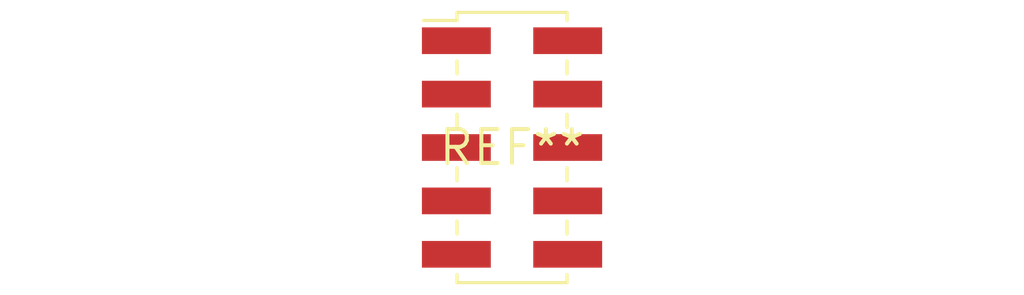
<source format=kicad_pcb>
(kicad_pcb (version 20240108) (generator pcbnew)
  (layers (0 "F.Cu" signal) (31 "B.Cu" signal) (34 "B.Paste" user) (35 "F.Paste" user) (36 "B.SilkS" user "B.Silkscreen") (37 "F.SilkS" user "F.Silkscreen") (38 "B.Mask" user) (39 "F.Mask" user) (44 "Edge.Cuts" user))
  (net 0 "")
  (footprint "PinHeader_2x05_P2.00mm_Vertical_SMD" (layer "F.Cu") (at 0 0)
    (property "Reference" "REF**")
    (property "Value" "PinHeader_2x05_P2.00mm_Vertical_SMD")
    (fp_line (start -3.315 -4.76) (end -2.06 -4.76) (layer "F.SilkS") (stroke (width 0.12)))
    (fp_line (start -2.06 -5.06) (end -2.06 -4.76) (layer "F.SilkS") (stroke (width 0.12)))
    (fp_line (start -2.06 -5.06) (end 2.06 -5.06) (layer "F.SilkS") (stroke (width 0.12)))
    (fp_line (start -2.06 -3.24) (end -2.06 -2.76) (layer "F.SilkS") (stroke (width 0.12)))
    (fp_line (start -2.06 -1.24) (end -2.06 -0.76) (layer "F.SilkS") (stroke (width 0.12)))
    (fp_line (start -2.06 0.76) (end -2.06 1.24) (layer "F.SilkS") (stroke (width 0.12)))
    (fp_line (start -2.06 2.76) (end -2.06 3.24) (layer "F.SilkS") (stroke (width 0.12)))
    (fp_line (start -2.06 4.76) (end -2.06 5.06) (layer "F.SilkS") (stroke (width 0.12)))
    (fp_line (start -2.06 5.06) (end 2.06 5.06) (layer "F.SilkS") (stroke (width 0.12)))
    (fp_line (start 2.06 -5.06) (end 2.06 -4.76) (layer "F.SilkS") (stroke (width 0.12)))
    (fp_line (start 2.06 -3.24) (end 2.06 -2.76) (layer "F.SilkS") (stroke (width 0.12)))
    (fp_line (start 2.06 -1.24) (end 2.06 -0.76) (layer "F.SilkS") (stroke (width 0.12)))
    (fp_line (start 2.06 0.76) (end 2.06 1.24) (layer "F.SilkS") (stroke (width 0.12)))
    (fp_line (start 2.06 2.76) (end 2.06 3.24) (layer "F.SilkS") (stroke (width 0.12)))
    (fp_line (start 2.06 4.76) (end 2.06 5.06) (layer "F.SilkS") (stroke (width 0.12)))
    (pad "1" smd rect (at -2.085 -4) (size 2.58 1) (layers "F.Cu" "F.Paste" "F.Mask"))
    (pad "2" smd rect (at 2.085 -4) (size 2.58 1) (layers "F.Cu" "F.Paste" "F.Mask"))
    (pad "3" smd rect (at -2.085 -2) (size 2.58 1) (layers "F.Cu" "F.Paste" "F.Mask"))
    (pad "4" smd rect (at 2.085 -2) (size 2.58 1) (layers "F.Cu" "F.Paste" "F.Mask"))
    (pad "5" smd rect (at -2.085 0) (size 2.58 1) (layers "F.Cu" "F.Paste" "F.Mask"))
    (pad "6" smd rect (at 2.085 0) (size 2.58 1) (layers "F.Cu" "F.Paste" "F.Mask"))
    (pad "7" smd rect (at -2.085 2) (size 2.58 1) (layers "F.Cu" "F.Paste" "F.Mask"))
    (pad "8" smd rect (at 2.085 2) (size 2.58 1) (layers "F.Cu" "F.Paste" "F.Mask"))
    (pad "9" smd rect (at -2.085 4) (size 2.58 1) (layers "F.Cu" "F.Paste" "F.Mask"))
    (pad "10" smd rect (at 2.085 4) (size 2.58 1) (layers "F.Cu" "F.Paste" "F.Mask"))
  )
)
</source>
